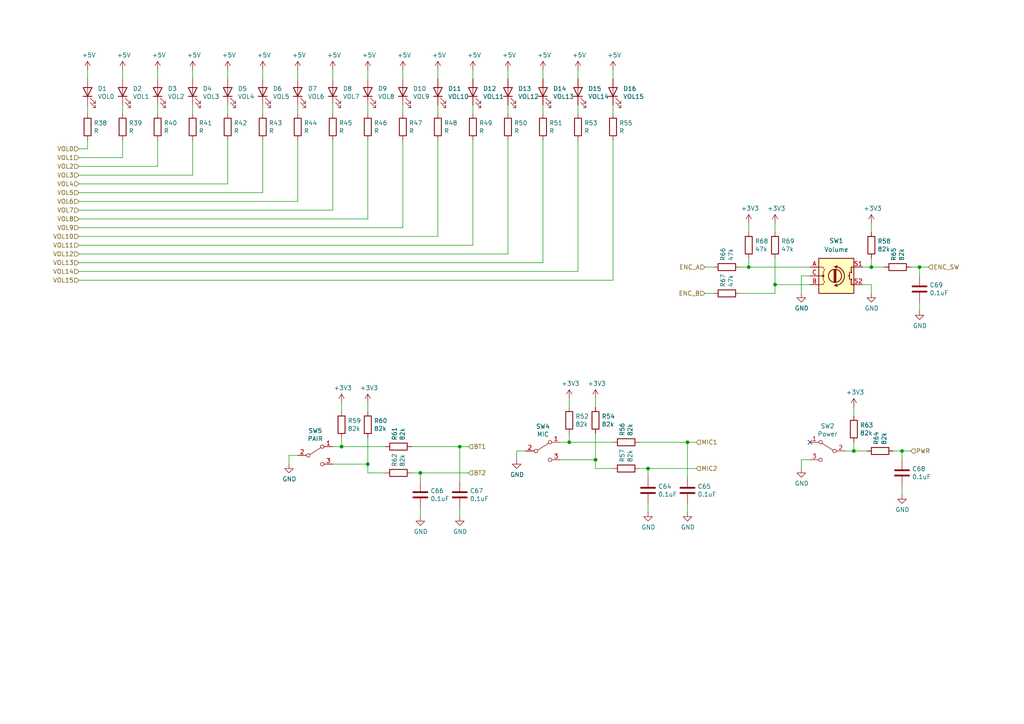
<source format=kicad_sch>
(kicad_sch (version 20201015) (generator eeschema)
  (page 1 7)
  (paper "A4")
  (lib_symbols
    (symbol "Device:C" (pin_numbers hide) (pin_names (offset 0.254))
      (property "Reference" "C" (at 0.635 2.54 0))
      (property "Value" "C" (at 0.635 -2.54 0))
      (symbol "C_0_1"
        (polyline (pts (xy -2.032 -0.762) (xy 2.032 -0.762)) (stroke (width 0.508)))
        (polyline (pts (xy -2.032 0.762) (xy 2.032 0.762)) (stroke (width 0.508)))
      )
      (symbol "C_1_1"
        (pin passive line (at 0 3.81 270) (length 2.794) (name "~") (number "1"))
        (pin passive line (at 0 -3.81 90) (length 2.794) (name "~") (number "2"))
      )
    )
    (symbol "Device:LED" (pin_numbers hide) (pin_names (offset 1.016) hide)
      (property "Reference" "D" (at 0 2.54 0))
      (property "Value" "LED" (at 0 -2.54 0))
      (symbol "LED_0_1"
        (polyline (pts (xy -1.27 -1.27) (xy -1.27 1.27)) (stroke (width 0.254)))
        (polyline (pts (xy -1.27 0) (xy 1.27 0)))
        (polyline (pts (xy 1.27 -1.27) (xy 1.27 1.27) (xy -1.27 0) (xy 1.27 -1.27)) (stroke (width 0.254)))
        (polyline (pts (xy -3.048 -0.762) (xy -4.572 -2.286) (xy -3.81 -2.286) (xy -4.572 -2.286) (xy -4.572 -1.524)))
        (polyline (pts (xy -1.778 -0.762) (xy -3.302 -2.286) (xy -2.54 -2.286) (xy -3.302 -2.286) (xy -3.302 -1.524)))
      )
      (symbol "LED_1_1"
        (pin passive line (at -3.81 0 0) (length 2.54) (name "K") (number "1"))
        (pin passive line (at 3.81 0 180) (length 2.54) (name "A") (number "2"))
      )
    )
    (symbol "Device:R" (pin_numbers hide) (pin_names (offset 0))
      (property "Reference" "R" (at 2.032 0 90))
      (property "Value" "R" (at 0 0 90))
      (symbol "R_0_1"
        (rectangle (start -1.016 -2.54) (end 1.016 2.54) (stroke (width 0.254)))
      )
      (symbol "R_1_1"
        (pin passive line (at 0 3.81 270) (length 1.27) (name "~") (number "1"))
        (pin passive line (at 0 -3.81 90) (length 1.27) (name "~") (number "2"))
      )
    )
    (symbol "Device:RotaryEncoder_Switch" (pin_names (offset 0.254) hide)
      (property "Reference" "SW" (at 0 6.604 0))
      (property "Value" "RotaryEncoder_Switch" (at 0 -6.604 0))
      (symbol "RotaryEncoder_Switch_0_1"
        (arc (start -0.381 -2.794) (end -0.381 2.667) (radius (at -0.381 -0.0508) (length 2.7432) (angles -89.9 89.9)) (stroke (width 0.254)))
        (circle (center -3.81 0) (radius 0.254) (fill (type outline)))
        (circle (center -0.381 0) (radius 1.905) (stroke (width 0.254)))
        (circle (center 4.318 -1.016) (radius 0.127) (stroke (width 0.254)))
        (circle (center 4.318 1.016) (radius 0.127) (stroke (width 0.254)))
        (rectangle (start -5.08 5.08) (end 5.08 -5.08) (stroke (width 0.254)) (fill (type background)))
        (polyline (pts (xy -0.635 -1.778) (xy -0.635 1.778)) (stroke (width 0.254)))
        (polyline (pts (xy -0.381 -1.778) (xy -0.381 1.778)) (stroke (width 0.254)))
        (polyline (pts (xy -0.127 1.778) (xy -0.127 -1.778)) (stroke (width 0.254)))
        (polyline (pts (xy 3.81 0) (xy 3.429 0)) (stroke (width 0.254)))
        (polyline (pts (xy 3.81 1.016) (xy 3.81 -1.016)) (stroke (width 0.254)))
        (polyline (pts (xy -5.08 -2.54) (xy -3.81 -2.54) (xy -3.81 -2.032)))
        (polyline (pts (xy -5.08 2.54) (xy -3.81 2.54) (xy -3.81 2.032)))
        (polyline (pts (xy 0.254 -3.048) (xy -0.508 -2.794) (xy 0.127 -2.413)) (stroke (width 0.254)))
        (polyline (pts (xy 0.254 2.921) (xy -0.508 2.667) (xy 0.127 2.286)) (stroke (width 0.254)))
        (polyline (pts (xy 5.08 -2.54) (xy 4.318 -2.54) (xy 4.318 -1.016)) (stroke (width 0.254)))
        (polyline (pts (xy 5.08 2.54) (xy 4.318 2.54) (xy 4.318 1.016)) (stroke (width 0.254)))
        (polyline (pts (xy -5.08 0) (xy -3.81 0) (xy -3.81 -1.016) (xy -3.302 -2.032)))
        (polyline (pts (xy -4.318 0) (xy -3.81 0) (xy -3.81 1.016) (xy -3.302 2.032)))
      )
      (symbol "RotaryEncoder_Switch_1_1"
        (pin passive line (at -7.62 2.54 0) (length 2.54) (name "A") (number "A"))
        (pin passive line (at -7.62 -2.54 0) (length 2.54) (name "B") (number "B"))
        (pin passive line (at -7.62 0 0) (length 2.54) (name "C") (number "C"))
        (pin passive line (at 7.62 2.54 180) (length 2.54) (name "S1") (number "S1"))
        (pin passive line (at 7.62 -2.54 180) (length 2.54) (name "S2") (number "S2"))
      )
    )
    (symbol "Switch:SW_SPDT" (pin_names (offset 0) hide)
      (property "Reference" "SW" (at 0 4.318 0))
      (property "Value" "SW_SPDT" (at 0 -5.08 0))
      (symbol "SW_SPDT_0_0"
        (circle (center -2.032 0) (radius 0.508))
        (circle (center 2.032 -2.54) (radius 0.508))
      )
      (symbol "SW_SPDT_0_1"
        (circle (center 2.032 2.54) (radius 0.508))
        (polyline (pts (xy -1.524 0.254) (xy 1.651 2.286)))
      )
      (symbol "SW_SPDT_1_1"
        (pin passive line (at 5.08 2.54 180) (length 2.54) (name "A") (number "1"))
        (pin passive line (at -5.08 0 0) (length 2.54) (name "B") (number "2"))
        (pin passive line (at 5.08 -2.54 180) (length 2.54) (name "C") (number "3"))
      )
    )
    (symbol "power:+3V3" (power) (pin_names (offset 0))
      (property "Value" "+3V3" (at 0 3.556 0))
      (symbol "+3V3_0_1"
        (polyline (pts (xy -0.762 1.27) (xy 0 2.54)))
        (polyline (pts (xy 0 0) (xy 0 2.54)))
        (polyline (pts (xy 0 2.54) (xy 0.762 1.27)))
      )
      (symbol "+3V3_1_1"
        (pin power_in line (at 0 0 90) (length 0) hide (name "+3V3") (number "1"))
      )
    )
    (symbol "power:+5V" (power) (pin_names (offset 0))
      (property "Value" "+5V" (at 0 3.556 0))
      (symbol "+5V_0_1"
        (polyline (pts (xy -0.762 1.27) (xy 0 2.54)))
        (polyline (pts (xy 0 0) (xy 0 2.54)))
        (polyline (pts (xy 0 2.54) (xy 0.762 1.27)))
      )
      (symbol "+5V_1_1"
        (pin power_in line (at 0 0 90) (length 0) hide (name "+5V") (number "1"))
      )
    )
    (symbol "power:GND" (power) (pin_names (offset 0))
      (property "Value" "GND" (at 0 -3.81 0))
      (symbol "GND_0_1"
        (polyline (pts (xy 0 0) (xy 0 -1.27) (xy 1.27 -1.27) (xy 0 -2.54) (xy -1.27 -1.27) (xy 0 -1.27)))
      )
      (symbol "GND_1_1"
        (pin power_in line (at 0 0 270) (length 0) hide (name "GND") (number "1"))
      )
    )
  )
  (junction (at 99.06 129.54) (diameter 0.9144))
  (junction (at 106.68 134.62) (diameter 0.9144))
  (junction (at 121.92 137.16) (diameter 0.9144))
  (junction (at 133.35 129.54) (diameter 0.9144))
  (junction (at 165.1 128.27) (diameter 0.9144))
  (junction (at 172.72 133.35) (diameter 0.9144))
  (junction (at 187.96 135.89) (diameter 0.9144))
  (junction (at 199.39 128.27) (diameter 0.9144))
  (junction (at 217.17 77.47) (diameter 0.9144))
  (junction (at 224.79 82.55) (diameter 0.9144))
  (junction (at 247.65 130.81) (diameter 0.9144))
  (junction (at 252.73 77.47) (diameter 0.9144))
  (junction (at 261.62 130.81) (diameter 0.9144))
  (junction (at 266.7 77.47) (diameter 0.9144))
  (no_connect (at 234.95 128.27))
  (wire (pts (xy 22.86 43.18) (xy 25.4 43.18)))
  (wire (pts (xy 22.86 45.72) (xy 35.56 45.72)))
  (wire (pts (xy 22.86 48.26) (xy 45.72 48.26)))
  (wire (pts (xy 22.86 50.8) (xy 55.88 50.8)))
  (wire (pts (xy 22.86 53.34) (xy 66.04 53.34)))
  (wire (pts (xy 22.86 55.88) (xy 76.2 55.88)))
  (wire (pts (xy 22.86 58.42) (xy 86.36 58.42)))
  (wire (pts (xy 22.86 60.96) (xy 96.52 60.96)))
  (wire (pts (xy 22.86 66.04) (xy 116.84 66.04)))
  (wire (pts (xy 22.86 71.12) (xy 137.16 71.12)))
  (wire (pts (xy 22.86 76.2) (xy 157.48 76.2)))
  (wire (pts (xy 22.86 78.74) (xy 167.64 78.74)))
  (wire (pts (xy 22.86 81.28) (xy 177.8 81.28)))
  (wire (pts (xy 25.4 20.32) (xy 25.4 22.86)))
  (wire (pts (xy 25.4 30.48) (xy 25.4 33.02)))
  (wire (pts (xy 25.4 43.18) (xy 25.4 40.64)))
  (wire (pts (xy 35.56 20.32) (xy 35.56 22.86)))
  (wire (pts (xy 35.56 30.48) (xy 35.56 33.02)))
  (wire (pts (xy 35.56 45.72) (xy 35.56 40.64)))
  (wire (pts (xy 45.72 20.32) (xy 45.72 22.86)))
  (wire (pts (xy 45.72 30.48) (xy 45.72 33.02)))
  (wire (pts (xy 45.72 48.26) (xy 45.72 40.64)))
  (wire (pts (xy 55.88 20.32) (xy 55.88 22.86)))
  (wire (pts (xy 55.88 30.48) (xy 55.88 33.02)))
  (wire (pts (xy 55.88 50.8) (xy 55.88 40.64)))
  (wire (pts (xy 66.04 20.32) (xy 66.04 22.86)))
  (wire (pts (xy 66.04 30.48) (xy 66.04 33.02)))
  (wire (pts (xy 66.04 53.34) (xy 66.04 40.64)))
  (wire (pts (xy 76.2 20.32) (xy 76.2 22.86)))
  (wire (pts (xy 76.2 30.48) (xy 76.2 33.02)))
  (wire (pts (xy 76.2 55.88) (xy 76.2 40.64)))
  (wire (pts (xy 83.82 132.08) (xy 83.82 134.62)))
  (wire (pts (xy 83.82 132.08) (xy 86.36 132.08)))
  (wire (pts (xy 86.36 20.32) (xy 86.36 22.86)))
  (wire (pts (xy 86.36 30.48) (xy 86.36 33.02)))
  (wire (pts (xy 86.36 58.42) (xy 86.36 40.64)))
  (wire (pts (xy 96.52 20.32) (xy 96.52 22.86)))
  (wire (pts (xy 96.52 30.48) (xy 96.52 33.02)))
  (wire (pts (xy 96.52 60.96) (xy 96.52 40.64)))
  (wire (pts (xy 96.52 129.54) (xy 99.06 129.54)))
  (wire (pts (xy 96.52 134.62) (xy 106.68 134.62)))
  (wire (pts (xy 99.06 116.84) (xy 99.06 119.38)))
  (wire (pts (xy 99.06 127) (xy 99.06 129.54)))
  (wire (pts (xy 99.06 129.54) (xy 111.76 129.54)))
  (wire (pts (xy 106.68 20.32) (xy 106.68 22.86)))
  (wire (pts (xy 106.68 30.48) (xy 106.68 33.02)))
  (wire (pts (xy 106.68 40.64) (xy 106.68 63.5)))
  (wire (pts (xy 106.68 63.5) (xy 22.86 63.5)))
  (wire (pts (xy 106.68 116.84) (xy 106.68 119.38)))
  (wire (pts (xy 106.68 134.62) (xy 106.68 127)))
  (wire (pts (xy 106.68 134.62) (xy 106.68 137.16)))
  (wire (pts (xy 106.68 137.16) (xy 111.76 137.16)))
  (wire (pts (xy 116.84 20.32) (xy 116.84 22.86)))
  (wire (pts (xy 116.84 30.48) (xy 116.84 33.02)))
  (wire (pts (xy 116.84 66.04) (xy 116.84 40.64)))
  (wire (pts (xy 121.92 137.16) (xy 119.38 137.16)))
  (wire (pts (xy 121.92 137.16) (xy 135.89 137.16)))
  (wire (pts (xy 121.92 139.7) (xy 121.92 137.16)))
  (wire (pts (xy 121.92 147.32) (xy 121.92 149.86)))
  (wire (pts (xy 127 20.32) (xy 127 22.86)))
  (wire (pts (xy 127 30.48) (xy 127 33.02)))
  (wire (pts (xy 127 40.64) (xy 127 68.58)))
  (wire (pts (xy 127 68.58) (xy 22.86 68.58)))
  (wire (pts (xy 133.35 129.54) (xy 119.38 129.54)))
  (wire (pts (xy 133.35 129.54) (xy 135.89 129.54)))
  (wire (pts (xy 133.35 139.7) (xy 133.35 129.54)))
  (wire (pts (xy 133.35 147.32) (xy 133.35 149.86)))
  (wire (pts (xy 137.16 20.32) (xy 137.16 22.86)))
  (wire (pts (xy 137.16 30.48) (xy 137.16 33.02)))
  (wire (pts (xy 137.16 71.12) (xy 137.16 40.64)))
  (wire (pts (xy 147.32 20.32) (xy 147.32 22.86)))
  (wire (pts (xy 147.32 30.48) (xy 147.32 33.02)))
  (wire (pts (xy 147.32 40.64) (xy 147.32 73.66)))
  (wire (pts (xy 147.32 73.66) (xy 22.86 73.66)))
  (wire (pts (xy 149.86 130.81) (xy 149.86 133.35)))
  (wire (pts (xy 149.86 130.81) (xy 152.4 130.81)))
  (wire (pts (xy 157.48 20.32) (xy 157.48 22.86)))
  (wire (pts (xy 157.48 30.48) (xy 157.48 33.02)))
  (wire (pts (xy 157.48 76.2) (xy 157.48 40.64)))
  (wire (pts (xy 162.56 128.27) (xy 165.1 128.27)))
  (wire (pts (xy 162.56 133.35) (xy 172.72 133.35)))
  (wire (pts (xy 165.1 115.57) (xy 165.1 118.11)))
  (wire (pts (xy 165.1 125.73) (xy 165.1 128.27)))
  (wire (pts (xy 165.1 128.27) (xy 177.8 128.27)))
  (wire (pts (xy 167.64 20.32) (xy 167.64 22.86)))
  (wire (pts (xy 167.64 30.48) (xy 167.64 33.02)))
  (wire (pts (xy 167.64 78.74) (xy 167.64 40.64)))
  (wire (pts (xy 172.72 115.57) (xy 172.72 118.11)))
  (wire (pts (xy 172.72 133.35) (xy 172.72 125.73)))
  (wire (pts (xy 172.72 133.35) (xy 172.72 135.89)))
  (wire (pts (xy 172.72 135.89) (xy 177.8 135.89)))
  (wire (pts (xy 177.8 20.32) (xy 177.8 22.86)))
  (wire (pts (xy 177.8 30.48) (xy 177.8 33.02)))
  (wire (pts (xy 177.8 81.28) (xy 177.8 40.64)))
  (wire (pts (xy 187.96 135.89) (xy 185.42 135.89)))
  (wire (pts (xy 187.96 135.89) (xy 201.93 135.89)))
  (wire (pts (xy 187.96 138.43) (xy 187.96 135.89)))
  (wire (pts (xy 187.96 146.05) (xy 187.96 148.59)))
  (wire (pts (xy 199.39 128.27) (xy 185.42 128.27)))
  (wire (pts (xy 199.39 128.27) (xy 201.93 128.27)))
  (wire (pts (xy 199.39 138.43) (xy 199.39 128.27)))
  (wire (pts (xy 199.39 146.05) (xy 199.39 148.59)))
  (wire (pts (xy 204.47 77.47) (xy 207.01 77.47)))
  (wire (pts (xy 204.47 85.09) (xy 207.01 85.09)))
  (wire (pts (xy 214.63 77.47) (xy 217.17 77.47)))
  (wire (pts (xy 217.17 64.77) (xy 217.17 67.31)))
  (wire (pts (xy 217.17 77.47) (xy 217.17 74.93)))
  (wire (pts (xy 217.17 77.47) (xy 234.95 77.47)))
  (wire (pts (xy 224.79 64.77) (xy 224.79 67.31)))
  (wire (pts (xy 224.79 74.93) (xy 224.79 82.55)))
  (wire (pts (xy 224.79 82.55) (xy 224.79 85.09)))
  (wire (pts (xy 224.79 82.55) (xy 234.95 82.55)))
  (wire (pts (xy 224.79 85.09) (xy 214.63 85.09)))
  (wire (pts (xy 232.41 80.01) (xy 232.41 85.09)))
  (wire (pts (xy 232.41 80.01) (xy 234.95 80.01)))
  (wire (pts (xy 232.41 133.35) (xy 232.41 135.89)))
  (wire (pts (xy 232.41 133.35) (xy 234.95 133.35)))
  (wire (pts (xy 245.11 130.81) (xy 247.65 130.81)))
  (wire (pts (xy 247.65 118.11) (xy 247.65 120.65)))
  (wire (pts (xy 247.65 128.27) (xy 247.65 130.81)))
  (wire (pts (xy 247.65 130.81) (xy 251.46 130.81)))
  (wire (pts (xy 250.19 77.47) (xy 252.73 77.47)))
  (wire (pts (xy 250.19 82.55) (xy 252.73 82.55)))
  (wire (pts (xy 252.73 64.77) (xy 252.73 67.31)))
  (wire (pts (xy 252.73 74.93) (xy 252.73 77.47)))
  (wire (pts (xy 252.73 77.47) (xy 256.54 77.47)))
  (wire (pts (xy 252.73 82.55) (xy 252.73 85.09)))
  (wire (pts (xy 261.62 130.81) (xy 259.08 130.81)))
  (wire (pts (xy 261.62 130.81) (xy 264.16 130.81)))
  (wire (pts (xy 261.62 133.35) (xy 261.62 130.81)))
  (wire (pts (xy 261.62 140.97) (xy 261.62 143.51)))
  (wire (pts (xy 266.7 77.47) (xy 264.16 77.47)))
  (wire (pts (xy 266.7 77.47) (xy 269.24 77.47)))
  (wire (pts (xy 266.7 80.01) (xy 266.7 77.47)))
  (wire (pts (xy 266.7 87.63) (xy 266.7 90.17)))
  (hierarchical_label "VOL0" (shape input) (at 22.86 43.18 180))
  (hierarchical_label "VOL1" (shape input) (at 22.86 45.72 180))
  (hierarchical_label "VOL2" (shape input) (at 22.86 48.26 180))
  (hierarchical_label "VOL3" (shape input) (at 22.86 50.8 180))
  (hierarchical_label "VOL4" (shape input) (at 22.86 53.34 180))
  (hierarchical_label "VOL5" (shape input) (at 22.86 55.88 180))
  (hierarchical_label "VOL6" (shape input) (at 22.86 58.42 180))
  (hierarchical_label "VOL7" (shape input) (at 22.86 60.96 180))
  (hierarchical_label "VOL8" (shape input) (at 22.86 63.5 180))
  (hierarchical_label "VOL9" (shape input) (at 22.86 66.04 180))
  (hierarchical_label "VOL10" (shape input) (at 22.86 68.58 180))
  (hierarchical_label "VOL11" (shape input) (at 22.86 71.12 180))
  (hierarchical_label "VOL12" (shape input) (at 22.86 73.66 180))
  (hierarchical_label "VOL13" (shape input) (at 22.86 76.2 180))
  (hierarchical_label "VOL14" (shape input) (at 22.86 78.74 180))
  (hierarchical_label "VOL15" (shape input) (at 22.86 81.28 180))
  (hierarchical_label "BT1" (shape input) (at 135.89 129.54 0))
  (hierarchical_label "BT2" (shape input) (at 135.89 137.16 0))
  (hierarchical_label "MIC1" (shape input) (at 201.93 128.27 0))
  (hierarchical_label "MIC2" (shape input) (at 201.93 135.89 0))
  (hierarchical_label "ENC_A" (shape input) (at 204.47 77.47 180))
  (hierarchical_label "ENC_B" (shape input) (at 204.47 85.09 180))
  (hierarchical_label "PWR" (shape input) (at 264.16 130.81 0))
  (hierarchical_label "ENC_SW" (shape input) (at 269.24 77.47 0))
  (symbol (lib_id "power:+5V") (at 25.4 20.32 0) (unit 1)
    (property "Reference" "#PWR0193" (effects hide))
    (property "Value" "+5V" (at 25.7683 15.9956 0))
  )
  (symbol (lib_id "power:+5V") (at 35.56 20.32 0) (unit 1)
    (property "Reference" "#PWR0194" (effects hide))
    (property "Value" "+5V" (at 35.9283 15.9956 0))
  )
  (symbol (lib_id "power:+5V") (at 45.72 20.32 0) (unit 1)
    (property "Reference" "#PWR0190" (effects hide))
    (property "Value" "+5V" (at 46.0883 15.9956 0))
  )
  (symbol (lib_id "power:+5V") (at 55.88 20.32 0) (unit 1)
    (property "Reference" "#PWR0188" (effects hide))
    (property "Value" "+5V" (at 56.2483 15.9956 0))
  )
  (symbol (lib_id "power:+5V") (at 66.04 20.32 0) (unit 1)
    (property "Reference" "#PWR0189" (effects hide))
    (property "Value" "+5V" (at 66.4083 15.9956 0))
  )
  (symbol (lib_id "power:+5V") (at 76.2 20.32 0) (unit 1)
    (property "Reference" "#PWR0186" (effects hide))
    (property "Value" "+5V" (at 76.5683 15.9956 0))
  )
  (symbol (lib_id "power:+5V") (at 86.36 20.32 0) (unit 1)
    (property "Reference" "#PWR0187" (effects hide))
    (property "Value" "+5V" (at 86.7283 15.9956 0))
  )
  (symbol (lib_id "power:+5V") (at 96.52 20.32 0) (unit 1)
    (property "Reference" "#PWR0192" (effects hide))
    (property "Value" "+5V" (at 96.8883 15.9956 0))
  )
  (symbol (lib_id "power:+3V3") (at 99.06 116.84 0) (unit 1)
    (property "Reference" "#PWR0203" (effects hide))
    (property "Value" "+3V3" (at 99.4283 112.5156 0))
  )
  (symbol (lib_id "power:+5V") (at 106.68 20.32 0) (unit 1)
    (property "Reference" "#PWR0191" (effects hide))
    (property "Value" "+5V" (at 107.0483 15.9956 0))
  )
  (symbol (lib_id "power:+3V3") (at 106.68 116.84 0) (unit 1)
    (property "Reference" "#PWR0202" (effects hide))
    (property "Value" "+3V3" (at 107.0483 112.5156 0))
  )
  (symbol (lib_id "power:+5V") (at 116.84 20.32 0) (unit 1)
    (property "Reference" "#PWR0183" (effects hide))
    (property "Value" "+5V" (at 117.2083 15.9956 0))
  )
  (symbol (lib_id "power:+5V") (at 127 20.32 0) (unit 1)
    (property "Reference" "#PWR0185" (effects hide))
    (property "Value" "+5V" (at 127.3683 15.9956 0))
  )
  (symbol (lib_id "power:+5V") (at 137.16 20.32 0) (unit 1)
    (property "Reference" "#PWR0184" (effects hide))
    (property "Value" "+5V" (at 137.5283 15.9956 0))
  )
  (symbol (lib_id "power:+5V") (at 147.32 20.32 0) (unit 1)
    (property "Reference" "#PWR0179" (effects hide))
    (property "Value" "+5V" (at 147.6883 15.9956 0))
  )
  (symbol (lib_id "power:+5V") (at 157.48 20.32 0) (unit 1)
    (property "Reference" "#PWR0180" (effects hide))
    (property "Value" "+5V" (at 157.8483 15.9956 0))
  )
  (symbol (lib_id "power:+3V3") (at 165.1 115.57 0) (unit 1)
    (property "Reference" "#PWR0195" (effects hide))
    (property "Value" "+3V3" (at 165.4683 111.2456 0))
  )
  (symbol (lib_id "power:+5V") (at 167.64 20.32 0) (unit 1)
    (property "Reference" "#PWR0181" (effects hide))
    (property "Value" "+5V" (at 168.0083 15.9956 0))
  )
  (symbol (lib_id "power:+3V3") (at 172.72 115.57 0) (unit 1)
    (property "Reference" "#PWR0196" (effects hide))
    (property "Value" "+3V3" (at 173.0883 111.2456 0))
  )
  (symbol (lib_id "power:+5V") (at 177.8 20.32 0) (unit 1)
    (property "Reference" "#PWR0182" (effects hide))
    (property "Value" "+5V" (at 178.1683 15.9956 0))
  )
  (symbol (lib_id "power:+3V3") (at 217.17 64.77 0) (unit 1)
    (property "Reference" "#PWR0210" (effects hide))
    (property "Value" "+3V3" (at 217.5383 60.4456 0))
  )
  (symbol (lib_id "power:+3V3") (at 224.79 64.77 0) (unit 1)
    (property "Reference" "#PWR0211" (effects hide))
    (property "Value" "+3V3" (at 225.1583 60.4456 0))
  )
  (symbol (lib_id "power:+3V3") (at 247.65 118.11 0) (unit 1)
    (property "Reference" "#PWR0206" (effects hide))
    (property "Value" "+3V3" (at 248.0183 113.7856 0))
  )
  (symbol (lib_id "power:+3V3") (at 252.73 64.77 0) (unit 1)
    (property "Reference" "#PWR0207" (effects hide))
    (property "Value" "+3V3" (at 253.0983 60.4456 0))
  )
  (symbol (lib_id "power:GND") (at 83.82 134.62 0) (unit 1)
    (property "Reference" "#PWR0178" (effects hide))
    (property "Value" "GND" (at 83.9343 138.9444 0))
  )
  (symbol (lib_id "power:GND") (at 121.92 149.86 0) (unit 1)
    (property "Reference" "#PWR0197" (effects hide))
    (property "Value" "GND" (at 122.0343 154.1844 0))
  )
  (symbol (lib_id "power:GND") (at 133.35 149.86 0) (unit 1)
    (property "Reference" "#PWR0201" (effects hide))
    (property "Value" "GND" (at 133.4643 154.1844 0))
  )
  (symbol (lib_id "power:GND") (at 149.86 133.35 0) (unit 1)
    (property "Reference" "#PWR0162" (effects hide))
    (property "Value" "GND" (at 149.9743 137.6744 0))
  )
  (symbol (lib_id "power:GND") (at 187.96 148.59 0) (unit 1)
    (property "Reference" "#PWR0199" (effects hide))
    (property "Value" "GND" (at 188.0743 152.9144 0))
  )
  (symbol (lib_id "power:GND") (at 199.39 148.59 0) (unit 1)
    (property "Reference" "#PWR0200" (effects hide))
    (property "Value" "GND" (at 199.5043 152.9144 0))
  )
  (symbol (lib_id "power:GND") (at 232.41 85.09 0) (unit 1)
    (property "Reference" "#PWR0198" (effects hide))
    (property "Value" "GND" (at 232.5243 89.4144 0))
  )
  (symbol (lib_id "power:GND") (at 232.41 135.89 0) (unit 1)
    (property "Reference" "#PWR0204" (effects hide))
    (property "Value" "GND" (at 232.5243 140.2144 0))
  )
  (symbol (lib_id "power:GND") (at 252.73 85.09 0) (unit 1)
    (property "Reference" "#PWR0208" (effects hide))
    (property "Value" "GND" (at 252.8443 89.4144 0))
  )
  (symbol (lib_id "power:GND") (at 261.62 143.51 0) (unit 1)
    (property "Reference" "#PWR0205" (effects hide))
    (property "Value" "GND" (at 261.7343 147.8344 0))
  )
  (symbol (lib_id "power:GND") (at 266.7 90.17 0) (unit 1)
    (property "Reference" "#PWR0209" (effects hide))
    (property "Value" "GND" (at 266.8143 94.4944 0))
  )
  (symbol (lib_id "Device:R") (at 25.4 36.83 0) (unit 1)
    (property "Reference" "R38" (at 27.1781 35.6806 0) (effects (justify left)))
    (property "Value" "R" (at 27.1781 37.9793 0) (effects (justify left)))
    (property "Footprint" "Resistor_SMD:R_0603_1608Metric" (effects hide))
  )
  (symbol (lib_id "Device:R") (at 35.56 36.83 0) (unit 1)
    (property "Reference" "R39" (at 37.3381 35.6806 0) (effects (justify left)))
    (property "Value" "R" (at 37.3381 37.9793 0) (effects (justify left)))
    (property "Footprint" "Resistor_SMD:R_0603_1608Metric" (effects hide))
  )
  (symbol (lib_id "Device:R") (at 45.72 36.83 0) (unit 1)
    (property "Reference" "R40" (at 47.4981 35.6806 0) (effects (justify left)))
    (property "Value" "R" (at 47.4981 37.9793 0) (effects (justify left)))
    (property "Footprint" "Resistor_SMD:R_0603_1608Metric" (effects hide))
  )
  (symbol (lib_id "Device:R") (at 55.88 36.83 0) (unit 1)
    (property "Reference" "R41" (at 57.6581 35.6806 0) (effects (justify left)))
    (property "Value" "R" (at 57.6581 37.9793 0) (effects (justify left)))
    (property "Footprint" "Resistor_SMD:R_0603_1608Metric" (effects hide))
  )
  (symbol (lib_id "Device:R") (at 66.04 36.83 0) (unit 1)
    (property "Reference" "R42" (at 67.8181 35.6806 0) (effects (justify left)))
    (property "Value" "R" (at 67.8181 37.9793 0) (effects (justify left)))
    (property "Footprint" "Resistor_SMD:R_0603_1608Metric" (effects hide))
  )
  (symbol (lib_id "Device:R") (at 76.2 36.83 0) (unit 1)
    (property "Reference" "R43" (at 77.9781 35.6806 0) (effects (justify left)))
    (property "Value" "R" (at 77.9781 37.9793 0) (effects (justify left)))
    (property "Footprint" "Resistor_SMD:R_0603_1608Metric" (effects hide))
  )
  (symbol (lib_id "Device:R") (at 86.36 36.83 0) (unit 1)
    (property "Reference" "R44" (at 88.1381 35.6806 0) (effects (justify left)))
    (property "Value" "R" (at 88.1381 37.9793 0) (effects (justify left)))
    (property "Footprint" "Resistor_SMD:R_0603_1608Metric" (effects hide))
  )
  (symbol (lib_id "Device:R") (at 96.52 36.83 0) (unit 1)
    (property "Reference" "R45" (at 98.2981 35.6806 0) (effects (justify left)))
    (property "Value" "R" (at 98.2981 37.9793 0) (effects (justify left)))
    (property "Footprint" "Resistor_SMD:R_0603_1608Metric" (effects hide))
  )
  (symbol (lib_id "Device:R") (at 99.06 123.19 0) (unit 1)
    (property "Reference" "R59" (at 100.8381 122.0406 0) (effects (justify left)))
    (property "Value" "82k" (at 100.838 124.339 0) (effects (justify left)))
    (property "Footprint" "Resistor_SMD:R_0603_1608Metric" (effects hide))
  )
  (symbol (lib_id "Device:R") (at 106.68 36.83 0) (unit 1)
    (property "Reference" "R46" (at 108.4581 35.6806 0) (effects (justify left)))
    (property "Value" "R" (at 108.4581 37.9793 0) (effects (justify left)))
    (property "Footprint" "Resistor_SMD:R_0603_1608Metric" (effects hide))
  )
  (symbol (lib_id "Device:R") (at 106.68 123.19 0) (unit 1)
    (property "Reference" "R60" (at 108.4581 122.0406 0) (effects (justify left)))
    (property "Value" "82k" (at 108.458 124.339 0) (effects (justify left)))
    (property "Footprint" "Resistor_SMD:R_0603_1608Metric" (effects hide))
  )
  (symbol (lib_id "Device:R") (at 115.57 129.54 90) (unit 1)
    (property "Reference" "R61" (at 114.4206 127.7619 0) (effects (justify left)))
    (property "Value" "82k" (at 116.719 127.762 0) (effects (justify left)))
    (property "Footprint" "Resistor_SMD:R_0603_1608Metric" (effects hide))
  )
  (symbol (lib_id "Device:R") (at 115.57 137.16 90) (unit 1)
    (property "Reference" "R62" (at 114.4206 135.3819 0) (effects (justify left)))
    (property "Value" "82k" (at 116.719 135.382 0) (effects (justify left)))
    (property "Footprint" "Resistor_SMD:R_0603_1608Metric" (effects hide))
  )
  (symbol (lib_id "Device:R") (at 116.84 36.83 0) (unit 1)
    (property "Reference" "R47" (at 118.6181 35.6806 0) (effects (justify left)))
    (property "Value" "R" (at 118.6181 37.9793 0) (effects (justify left)))
    (property "Footprint" "Resistor_SMD:R_0603_1608Metric" (effects hide))
  )
  (symbol (lib_id "Device:R") (at 127 36.83 0) (unit 1)
    (property "Reference" "R48" (at 128.7781 35.6806 0) (effects (justify left)))
    (property "Value" "R" (at 128.7781 37.9793 0) (effects (justify left)))
    (property "Footprint" "Resistor_SMD:R_0603_1608Metric" (effects hide))
  )
  (symbol (lib_id "Device:R") (at 137.16 36.83 0) (unit 1)
    (property "Reference" "R49" (at 138.9381 35.6806 0) (effects (justify left)))
    (property "Value" "R" (at 138.9381 37.9793 0) (effects (justify left)))
    (property "Footprint" "Resistor_SMD:R_0603_1608Metric" (effects hide))
  )
  (symbol (lib_id "Device:R") (at 147.32 36.83 0) (unit 1)
    (property "Reference" "R50" (at 149.0981 35.6806 0) (effects (justify left)))
    (property "Value" "R" (at 149.0981 37.9793 0) (effects (justify left)))
    (property "Footprint" "Resistor_SMD:R_0603_1608Metric" (effects hide))
  )
  (symbol (lib_id "Device:R") (at 157.48 36.83 0) (unit 1)
    (property "Reference" "R51" (at 159.2581 35.6806 0) (effects (justify left)))
    (property "Value" "R" (at 159.2581 37.9793 0) (effects (justify left)))
    (property "Footprint" "Resistor_SMD:R_0603_1608Metric" (effects hide))
  )
  (symbol (lib_id "Device:R") (at 165.1 121.92 0) (unit 1)
    (property "Reference" "R52" (at 166.8781 120.7706 0) (effects (justify left)))
    (property "Value" "82k" (at 166.878 123.069 0) (effects (justify left)))
    (property "Footprint" "Resistor_SMD:R_0603_1608Metric" (effects hide))
  )
  (symbol (lib_id "Device:R") (at 167.64 36.83 0) (unit 1)
    (property "Reference" "R53" (at 169.4181 35.6806 0) (effects (justify left)))
    (property "Value" "R" (at 169.4181 37.9793 0) (effects (justify left)))
    (property "Footprint" "Resistor_SMD:R_0603_1608Metric" (effects hide))
  )
  (symbol (lib_id "Device:R") (at 172.72 121.92 0) (unit 1)
    (property "Reference" "R54" (at 174.4981 120.7706 0) (effects (justify left)))
    (property "Value" "82k" (at 174.498 123.069 0) (effects (justify left)))
    (property "Footprint" "Resistor_SMD:R_0603_1608Metric" (effects hide))
  )
  (symbol (lib_id "Device:R") (at 177.8 36.83 0) (unit 1)
    (property "Reference" "R55" (at 179.5781 35.6806 0) (effects (justify left)))
    (property "Value" "R" (at 179.5781 37.9793 0) (effects (justify left)))
    (property "Footprint" "Resistor_SMD:R_0603_1608Metric" (effects hide))
  )
  (symbol (lib_id "Device:R") (at 181.61 128.27 90) (unit 1)
    (property "Reference" "R56" (at 180.4606 126.4919 0) (effects (justify left)))
    (property "Value" "82k" (at 182.759 126.492 0) (effects (justify left)))
    (property "Footprint" "Resistor_SMD:R_0603_1608Metric" (effects hide))
  )
  (symbol (lib_id "Device:R") (at 181.61 135.89 90) (unit 1)
    (property "Reference" "R57" (at 180.4606 134.1119 0) (effects (justify left)))
    (property "Value" "82k" (at 182.759 134.112 0) (effects (justify left)))
    (property "Footprint" "Resistor_SMD:R_0603_1608Metric" (effects hide))
  )
  (symbol (lib_id "Device:R") (at 210.82 77.47 90) (unit 1)
    (property "Reference" "R66" (at 209.6706 75.6919 0) (effects (justify left)))
    (property "Value" "47k" (at 211.969 75.692 0) (effects (justify left)))
    (property "Footprint" "Resistor_SMD:R_0603_1608Metric" (effects hide))
  )
  (symbol (lib_id "Device:R") (at 210.82 85.09 90) (unit 1)
    (property "Reference" "R67" (at 209.6706 83.3119 0) (effects (justify left)))
    (property "Value" "47k" (at 211.969 83.312 0) (effects (justify left)))
    (property "Footprint" "Resistor_SMD:R_0603_1608Metric" (effects hide))
  )
  (symbol (lib_id "Device:R") (at 217.17 71.12 0) (unit 1)
    (property "Reference" "R68" (at 218.9481 69.9706 0) (effects (justify left)))
    (property "Value" "47k" (at 218.948 72.269 0) (effects (justify left)))
    (property "Footprint" "Resistor_SMD:R_0603_1608Metric" (effects hide))
  )
  (symbol (lib_id "Device:R") (at 224.79 71.12 0) (unit 1)
    (property "Reference" "R69" (at 226.5681 69.9706 0) (effects (justify left)))
    (property "Value" "47k" (at 226.568 72.269 0) (effects (justify left)))
    (property "Footprint" "Resistor_SMD:R_0603_1608Metric" (effects hide))
  )
  (symbol (lib_id "Device:R") (at 247.65 124.46 0) (unit 1)
    (property "Reference" "R63" (at 249.4281 123.3106 0) (effects (justify left)))
    (property "Value" "82k" (at 249.428 125.609 0) (effects (justify left)))
    (property "Footprint" "Resistor_SMD:R_0603_1608Metric" (effects hide))
  )
  (symbol (lib_id "Device:R") (at 252.73 71.12 0) (unit 1)
    (property "Reference" "R58" (at 254.5081 69.9706 0) (effects (justify left)))
    (property "Value" "82k" (at 254.508 72.269 0) (effects (justify left)))
    (property "Footprint" "Resistor_SMD:R_0603_1608Metric" (effects hide))
  )
  (symbol (lib_id "Device:R") (at 255.27 130.81 90) (unit 1)
    (property "Reference" "R64" (at 254.1206 129.0319 0) (effects (justify left)))
    (property "Value" "82k" (at 256.419 129.032 0) (effects (justify left)))
    (property "Footprint" "Resistor_SMD:R_0603_1608Metric" (effects hide))
  )
  (symbol (lib_id "Device:R") (at 260.35 77.47 90) (unit 1)
    (property "Reference" "R65" (at 259.2006 75.6919 0) (effects (justify left)))
    (property "Value" "82k" (at 261.499 75.692 0) (effects (justify left)))
    (property "Footprint" "Resistor_SMD:R_0603_1608Metric" (effects hide))
  )
  (symbol (lib_id "Device:LED") (at 25.4 26.67 90) (unit 1)
    (property "Reference" "D1" (at 28.3211 25.7111 90) (effects (justify right)))
    (property "Value" "VOL0" (at 28.321 28.01 90) (effects (justify right)))
    (property "Footprint" "HackAmp-Footprints:LED_0603_1608Metric_SideView_Inolux" (effects hide))
    (property "Part Name" "Inolux IN-S63AS5B" (effects hide))
  )
  (symbol (lib_id "Device:LED") (at 35.56 26.67 90) (unit 1)
    (property "Reference" "D2" (at 38.4811 25.7111 90) (effects (justify right)))
    (property "Value" "VOL1" (at 38.481 28.01 90) (effects (justify right)))
    (property "Footprint" "HackAmp-Footprints:LED_0603_1608Metric_SideView_Inolux" (effects hide))
    (property "Part Name" "Inolux IN-S63AS5B" (effects hide))
  )
  (symbol (lib_id "Device:LED") (at 45.72 26.67 90) (unit 1)
    (property "Reference" "D3" (at 48.6411 25.7111 90) (effects (justify right)))
    (property "Value" "VOL2" (at 48.641 28.01 90) (effects (justify right)))
    (property "Footprint" "HackAmp-Footprints:LED_0603_1608Metric_SideView_Inolux" (effects hide))
    (property "Part Name" "Inolux IN-S63AS5B" (effects hide))
  )
  (symbol (lib_id "Device:LED") (at 55.88 26.67 90) (unit 1)
    (property "Reference" "D4" (at 58.8011 25.7111 90) (effects (justify right)))
    (property "Value" "VOL3" (at 58.801 28.01 90) (effects (justify right)))
    (property "Footprint" "HackAmp-Footprints:LED_0603_1608Metric_SideView_Inolux" (effects hide))
    (property "Part Name" "Inolux IN-S63AS5B" (effects hide))
  )
  (symbol (lib_id "Device:LED") (at 66.04 26.67 90) (unit 1)
    (property "Reference" "D5" (at 68.9611 25.7111 90) (effects (justify right)))
    (property "Value" "VOL4" (at 68.961 28.01 90) (effects (justify right)))
    (property "Footprint" "HackAmp-Footprints:LED_0603_1608Metric_SideView_Inolux" (effects hide))
    (property "Part Name" "Inolux IN-S63AS5B" (effects hide))
  )
  (symbol (lib_id "Device:LED") (at 76.2 26.67 90) (unit 1)
    (property "Reference" "D6" (at 79.1211 25.7111 90) (effects (justify right)))
    (property "Value" "VOL5" (at 79.121 28.01 90) (effects (justify right)))
    (property "Footprint" "HackAmp-Footprints:LED_0603_1608Metric_SideView_Inolux" (effects hide))
    (property "Part Name" "Inolux IN-S63AS5B" (effects hide))
  )
  (symbol (lib_id "Device:LED") (at 86.36 26.67 90) (unit 1)
    (property "Reference" "D7" (at 89.2811 25.7111 90) (effects (justify right)))
    (property "Value" "VOL6" (at 89.281 28.01 90) (effects (justify right)))
    (property "Footprint" "HackAmp-Footprints:LED_0603_1608Metric_SideView_Inolux" (effects hide))
    (property "Part Name" "Inolux IN-S63AS5B" (effects hide))
  )
  (symbol (lib_id "Device:LED") (at 96.52 26.67 90) (unit 1)
    (property "Reference" "D8" (at 99.4411 25.7111 90) (effects (justify right)))
    (property "Value" "VOL7" (at 99.441 28.01 90) (effects (justify right)))
    (property "Footprint" "HackAmp-Footprints:LED_0603_1608Metric_SideView_Inolux" (effects hide))
    (property "Part Name" "Inolux IN-S63AS5B" (effects hide))
  )
  (symbol (lib_id "Device:LED") (at 106.68 26.67 90) (unit 1)
    (property "Reference" "D9" (at 109.6011 25.7111 90) (effects (justify right)))
    (property "Value" "VOL8" (at 109.601 28.01 90) (effects (justify right)))
    (property "Footprint" "HackAmp-Footprints:LED_0603_1608Metric_SideView_Inolux" (effects hide))
    (property "Part Name" "Inolux IN-S63AS5B" (effects hide))
  )
  (symbol (lib_id "Device:LED") (at 116.84 26.67 90) (unit 1)
    (property "Reference" "D10" (at 119.7611 25.7111 90) (effects (justify right)))
    (property "Value" "VOL9" (at 119.761 28.01 90) (effects (justify right)))
    (property "Footprint" "HackAmp-Footprints:LED_0603_1608Metric_SideView_Inolux" (effects hide))
    (property "Part Name" "Inolux IN-S63AS5B" (effects hide))
  )
  (symbol (lib_id "Device:LED") (at 127 26.67 90) (unit 1)
    (property "Reference" "D11" (at 129.9211 25.7111 90) (effects (justify right)))
    (property "Value" "VOL10" (at 129.921 28.01 90) (effects (justify right)))
    (property "Footprint" "HackAmp-Footprints:LED_0603_1608Metric_SideView_Inolux" (effects hide))
    (property "Part Name" "Inolux IN-S63AS5B" (effects hide))
  )
  (symbol (lib_id "Device:LED") (at 137.16 26.67 90) (unit 1)
    (property "Reference" "D12" (at 140.0811 25.7111 90) (effects (justify right)))
    (property "Value" "VOL11" (at 140.081 28.01 90) (effects (justify right)))
    (property "Footprint" "HackAmp-Footprints:LED_0603_1608Metric_SideView_Inolux" (effects hide))
    (property "Part Name" "Inolux IN-S63AS5B" (effects hide))
  )
  (symbol (lib_id "Device:LED") (at 147.32 26.67 90) (unit 1)
    (property "Reference" "D13" (at 150.2411 25.7111 90) (effects (justify right)))
    (property "Value" "VOL12" (at 150.241 28.01 90) (effects (justify right)))
    (property "Footprint" "HackAmp-Footprints:LED_0603_1608Metric_SideView_Inolux" (effects hide))
    (property "Part Name" "Inolux IN-S63AS5B" (effects hide))
  )
  (symbol (lib_id "Device:LED") (at 157.48 26.67 90) (unit 1)
    (property "Reference" "D14" (at 160.4011 25.7111 90) (effects (justify right)))
    (property "Value" "VOL13" (at 160.401 28.01 90) (effects (justify right)))
    (property "Footprint" "HackAmp-Footprints:LED_0603_1608Metric_SideView_Inolux" (effects hide))
    (property "Part Name" "Inolux IN-S63AS5B" (effects hide))
  )
  (symbol (lib_id "Device:LED") (at 167.64 26.67 90) (unit 1)
    (property "Reference" "D15" (at 170.5611 25.7111 90) (effects (justify right)))
    (property "Value" "VOL14" (at 170.561 28.01 90) (effects (justify right)))
    (property "Footprint" "HackAmp-Footprints:LED_0603_1608Metric_SideView_Inolux" (effects hide))
    (property "Part Name" "Inolux IN-S63AS5B" (effects hide))
  )
  (symbol (lib_id "Device:LED") (at 177.8 26.67 90) (unit 1)
    (property "Reference" "D16" (at 180.7211 25.7111 90) (effects (justify right)))
    (property "Value" "VOL15" (at 180.721 28.01 90) (effects (justify right)))
    (property "Footprint" "HackAmp-Footprints:LED_0603_1608Metric_SideView_Inolux" (effects hide))
    (property "Part Name" "Inolux IN-S63AS5B" (effects hide))
  )
  (symbol (lib_id "Device:C") (at 121.92 143.51 0) (unit 1)
    (property "Reference" "C66" (at 124.8411 142.3606 0) (effects (justify left)))
    (property "Value" "0.1uF" (at 124.841 144.659 0) (effects (justify left)))
    (property "Footprint" "Capacitor_SMD:C_0603_1608Metric" (effects hide))
  )
  (symbol (lib_id "Device:C") (at 133.35 143.51 0) (unit 1)
    (property "Reference" "C67" (at 136.2711 142.3606 0) (effects (justify left)))
    (property "Value" "0.1uF" (at 136.271 144.659 0) (effects (justify left)))
    (property "Footprint" "Capacitor_SMD:C_0603_1608Metric" (effects hide))
  )
  (symbol (lib_id "Device:C") (at 187.96 142.24 0) (unit 1)
    (property "Reference" "C64" (at 190.8811 141.0906 0) (effects (justify left)))
    (property "Value" "0.1uF" (at 190.881 143.389 0) (effects (justify left)))
    (property "Footprint" "Capacitor_SMD:C_0603_1608Metric" (effects hide))
  )
  (symbol (lib_id "Device:C") (at 199.39 142.24 0) (unit 1)
    (property "Reference" "C65" (at 202.3111 141.0906 0) (effects (justify left)))
    (property "Value" "0.1uF" (at 202.311 143.389 0) (effects (justify left)))
    (property "Footprint" "Capacitor_SMD:C_0603_1608Metric" (effects hide))
  )
  (symbol (lib_id "Device:C") (at 261.62 137.16 0) (unit 1)
    (property "Reference" "C68" (at 264.5411 136.0106 0) (effects (justify left)))
    (property "Value" "0.1uF" (at 264.541 138.309 0) (effects (justify left)))
    (property "Footprint" "Capacitor_SMD:C_0603_1608Metric" (effects hide))
  )
  (symbol (lib_id "Device:C") (at 266.7 83.82 0) (unit 1)
    (property "Reference" "C69" (at 269.6211 82.6706 0) (effects (justify left)))
    (property "Value" "0.1uF" (at 269.621 84.969 0) (effects (justify left)))
    (property "Footprint" "Capacitor_SMD:C_0603_1608Metric" (effects hide))
  )
  (symbol (lib_id "Switch:SW_SPDT") (at 91.44 132.08 0) (unit 1)
    (property "Reference" "SW5" (at 91.44 124.9488 0))
    (property "Value" "PAIR" (at 91.44 127.247 0))
    (property "Footprint" "HackAmp-Footprints:SW_Lever_1P2T_E-Switch_SP1T2B4M7QE" (effects hide))
    (property "Part Name" "E-Switch 100SP5T2B4M7RE" (effects hide))
  )
  (symbol (lib_id "Switch:SW_SPDT") (at 157.48 130.81 0) (unit 1)
    (property "Reference" "SW4" (at 157.48 123.6788 0))
    (property "Value" "MIC" (at 157.48 125.977 0))
    (property "Footprint" "HackAmp-Footprints:SW_Lever_1P2T_E-Switch_SP1T2B4M7QE" (effects hide))
    (property "Part Name" "E-Switch 100SP5T2B4M7RE" (effects hide))
  )
  (symbol (lib_id "Switch:SW_SPDT") (at 240.03 130.81 0) (mirror y) (unit 1)
    (property "Reference" "SW2" (at 240.03 123.571 0))
    (property "Value" "Power" (at 240.03 125.8824 0))
    (property "Footprint" "HackAmp-Footprints:SW_Lever_1P2T_E-Switch_SP1T2B4M7QE" (effects hide))
    (property "Part Name" "E-Switch 100SP1T2B4M7RE" (effects hide))
  )
  (symbol (lib_id "Device:RotaryEncoder_Switch") (at 242.57 80.01 0) (unit 1)
    (property "Reference" "SW1" (at 242.57 69.85 0))
    (property "Value" "Volume" (at 242.57 72.39 0))
    (property "Footprint" "HackAmp-Footprints:RotaryEncoder_TTElectronics_EN12-VS_Vertical_L17.5mm" (effects hide))
    (property "Part Name" "TT Electronics EN12-VS11AF18" (effects hide))
  )
)
</source>
